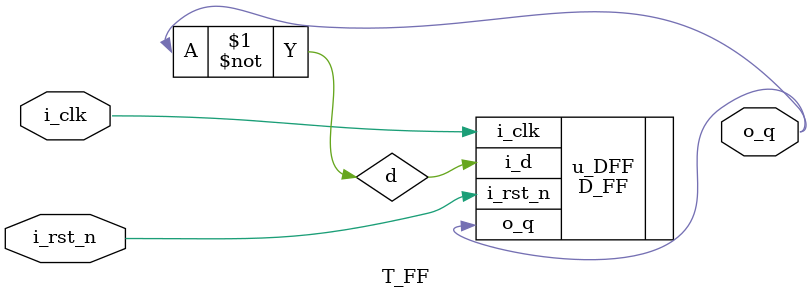
<source format=v>
module T_FF(
	input i_clk,
	input i_rst_n,
	output o_q
);
wire d;
D_FF u_DFF(
	.i_clk(i_clk),
	.i_rst_n(i_rst_n),
	.i_d(d),
	.o_q(o_q)
);

not u_not(d,o_q);
endmodule

</source>
